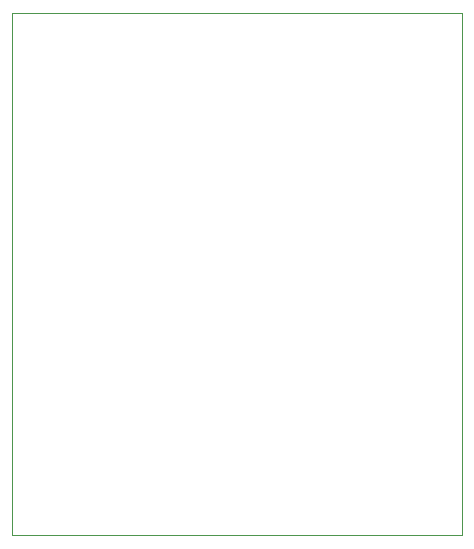
<source format=gbr>
G04 (created by PCBNEW (2013-07-07 BZR 4022)-stable) date 24.06.2015 19:16:54*
%MOIN*%
G04 Gerber Fmt 3.4, Leading zero omitted, Abs format*
%FSLAX34Y34*%
G01*
G70*
G90*
G04 APERTURE LIST*
%ADD10C,0.00590551*%
%ADD11C,0.00393701*%
G04 APERTURE END LIST*
G54D10*
G54D11*
X36200Y-20300D02*
G75*
G03X36200Y-20300I0J0D01*
G74*
G01*
X36199Y-20300D02*
X36200Y-20300D01*
X36200Y-20299D02*
X36200Y-20300D01*
X36200Y-37700D02*
X36200Y-20300D01*
X51200Y-37700D02*
X36200Y-37700D01*
X51200Y-20300D02*
X51200Y-37700D01*
X36200Y-20300D02*
X51200Y-20300D01*
M02*

</source>
